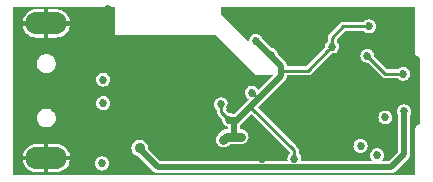
<source format=gbr>
%TF.GenerationSoftware,KiCad,Pcbnew,(6.0.7)*%
%TF.CreationDate,2023-03-11T05:38:16-08:00*%
%TF.ProjectId,ESP_SoC,4553505f-536f-4432-9e6b-696361645f70,rev?*%
%TF.SameCoordinates,Original*%
%TF.FileFunction,Copper,L3,Inr*%
%TF.FilePolarity,Positive*%
%FSLAX46Y46*%
G04 Gerber Fmt 4.6, Leading zero omitted, Abs format (unit mm)*
G04 Created by KiCad (PCBNEW (6.0.7)) date 2023-03-11 05:38:16*
%MOMM*%
%LPD*%
G01*
G04 APERTURE LIST*
%TA.AperFunction,ComponentPad*%
%ADD10O,3.500000X1.900000*%
%TD*%
%TA.AperFunction,ViaPad*%
%ADD11C,0.685800*%
%TD*%
%TA.AperFunction,ViaPad*%
%ADD12C,0.889000*%
%TD*%
%TA.AperFunction,Conductor*%
%ADD13C,0.508000*%
%TD*%
%TA.AperFunction,Conductor*%
%ADD14C,0.762000*%
%TD*%
%TA.AperFunction,Conductor*%
%ADD15C,0.254000*%
%TD*%
G04 APERTURE END LIST*
D10*
%TO.N,GND*%
%TO.C,J1*%
X101600000Y-104450000D03*
X101600000Y-93050000D03*
%TD*%
D11*
%TO.N,+3V3*%
X125800000Y-95000000D03*
X118079000Y-102621000D03*
X116400000Y-99900000D03*
X119337156Y-94518432D03*
X122600000Y-104500000D03*
X116580000Y-102900000D03*
X128900000Y-93300000D03*
X119000000Y-98900000D03*
X120600000Y-95700000D03*
X117100000Y-101226500D03*
%TO.N,GND*%
X117800000Y-93000000D03*
X106800000Y-92700000D03*
X117178019Y-100133500D03*
X104700000Y-104500000D03*
D12*
X122750000Y-98500000D03*
D11*
X131000000Y-94500000D03*
X126700000Y-94500000D03*
X106800000Y-91800000D03*
X112800000Y-94500000D03*
D12*
X124000000Y-99750000D03*
D11*
X106800000Y-93600000D03*
X107800000Y-94500000D03*
D12*
X122750000Y-101000000D03*
D11*
X107700000Y-101100000D03*
X117400000Y-96100000D03*
X115000000Y-101226500D03*
X131000000Y-92300000D03*
X126700000Y-92300000D03*
X113000000Y-97800000D03*
X115300000Y-99900000D03*
D12*
X124000000Y-98500000D03*
D11*
X113800000Y-94500000D03*
X117000000Y-92200000D03*
X109800000Y-94500000D03*
X119875000Y-104499500D03*
X114800000Y-94500000D03*
D12*
X124000000Y-101000000D03*
D11*
X118800000Y-97400000D03*
X108800000Y-94500000D03*
D12*
X125250000Y-98500000D03*
D11*
X106800000Y-94500000D03*
D12*
X122750000Y-99750000D03*
X125250000Y-101000000D03*
D11*
X111800000Y-94500000D03*
X129750000Y-98750000D03*
X118600000Y-93800000D03*
D12*
X125250000Y-99750000D03*
D11*
X108800000Y-97800000D03*
X112800000Y-101226500D03*
X116700000Y-95400000D03*
X110800000Y-94500000D03*
X119875000Y-103000000D03*
X130700000Y-103800000D03*
%TO.N,+5V*%
X106300000Y-104900000D03*
%TO.N,USB_D-*%
X106400000Y-99800000D03*
X129600000Y-104200000D03*
%TO.N,USB_D+*%
X128200000Y-103400000D03*
X106400000Y-97800000D03*
%TO.N,Net-(P1-PadB5)*%
X130300000Y-101000000D03*
%TO.N,Net-(D2-Pad2)*%
X128775000Y-95775000D03*
X131800000Y-97300000D03*
D12*
X109500000Y-103600000D03*
D11*
X131900000Y-100500000D03*
%TD*%
D13*
%TO.N,+3V3*%
X118879606Y-100079606D02*
X119479606Y-99479606D01*
D14*
X118079000Y-102621000D02*
X117479000Y-102621000D01*
D15*
X116400000Y-100526500D02*
X117100000Y-101226500D01*
D14*
X116859000Y-102621000D02*
X117479000Y-102621000D01*
D15*
X116400000Y-99900000D02*
X116400000Y-100526500D01*
X121454000Y-97054000D02*
X123746000Y-97054000D01*
D14*
X116580000Y-102900000D02*
X116859000Y-102621000D01*
D15*
X128900000Y-93300000D02*
X126750000Y-93300000D01*
X119479606Y-99379606D02*
X119479606Y-99479606D01*
D13*
X121454000Y-97505212D02*
X121454000Y-97054000D01*
D15*
X125800000Y-94250000D02*
X125800000Y-95000000D01*
X123746000Y-97054000D02*
X125462500Y-95337500D01*
X125462500Y-95337500D02*
X125800000Y-95000000D01*
X119000000Y-98900000D02*
X119479606Y-99379606D01*
D13*
X117479000Y-102621000D02*
X117479000Y-101480212D01*
X119479606Y-99479606D02*
X121454000Y-97505212D01*
X118129606Y-100829606D02*
X118879606Y-100079606D01*
X117479000Y-101480212D02*
X117732712Y-101226500D01*
D15*
X126750000Y-93300000D02*
X125800000Y-94250000D01*
X122600000Y-103800000D02*
X118879606Y-100079606D01*
X122600000Y-104500000D02*
X122600000Y-103800000D01*
D13*
X121454000Y-96635276D02*
X119337156Y-94518432D01*
X117732712Y-101226500D02*
X118129606Y-100829606D01*
X117100000Y-101226500D02*
X117732712Y-101226500D01*
X121454000Y-97054000D02*
X121454000Y-96635276D01*
D15*
%TO.N,Net-(D2-Pad2)*%
X130300000Y-97300000D02*
X128775000Y-95775000D01*
D13*
X111023900Y-105223900D02*
X109500000Y-103700000D01*
X130776100Y-105223900D02*
X111023900Y-105223900D01*
D15*
X131800000Y-97300000D02*
X130300000Y-97300000D01*
D13*
X109500000Y-103700000D02*
X109500000Y-103600000D01*
X131900000Y-104100000D02*
X130776100Y-105223900D01*
X131900000Y-100500000D02*
X131900000Y-104100000D01*
%TD*%
%TA.AperFunction,Conductor*%
%TO.N,GND*%
G36*
X107425459Y-91655333D02*
G01*
X107430292Y-91667017D01*
X107427956Y-93940306D01*
X107427896Y-93998552D01*
X107431154Y-93998572D01*
X107431155Y-93998572D01*
X115943296Y-94049960D01*
X115954777Y-94054707D01*
X118537691Y-96599637D01*
X119350000Y-97400000D01*
X120805907Y-97400000D01*
X120817574Y-97404833D01*
X120822407Y-97416500D01*
X120817574Y-97428167D01*
X119572895Y-98672846D01*
X119561228Y-98677679D01*
X119549561Y-98672846D01*
X119545984Y-98667493D01*
X119518750Y-98601744D01*
X119518750Y-98601743D01*
X119518334Y-98600740D01*
X119423218Y-98476782D01*
X119321041Y-98398379D01*
X119300122Y-98382327D01*
X119300120Y-98382326D01*
X119299260Y-98381666D01*
X119154908Y-98321874D01*
X119153843Y-98321734D01*
X119153840Y-98321733D01*
X119001071Y-98301621D01*
X119000000Y-98301480D01*
X118998929Y-98301621D01*
X118846160Y-98321733D01*
X118846157Y-98321734D01*
X118845092Y-98321874D01*
X118700740Y-98381666D01*
X118699880Y-98382326D01*
X118699878Y-98382327D01*
X118678959Y-98398379D01*
X118576782Y-98476782D01*
X118481666Y-98600740D01*
X118421874Y-98745092D01*
X118401480Y-98900000D01*
X118421874Y-99054908D01*
X118481666Y-99199260D01*
X118482326Y-99200120D01*
X118482327Y-99200122D01*
X118498910Y-99221733D01*
X118576782Y-99323218D01*
X118577637Y-99323874D01*
X118699878Y-99417673D01*
X118699880Y-99417674D01*
X118700740Y-99418334D01*
X118701743Y-99418750D01*
X118701744Y-99418750D01*
X118767493Y-99445984D01*
X118776423Y-99454914D01*
X118776423Y-99467542D01*
X118772846Y-99472895D01*
X117528574Y-100717167D01*
X117516907Y-100722000D01*
X117422890Y-100722000D01*
X117412846Y-100718590D01*
X117400126Y-100708829D01*
X117400118Y-100708824D01*
X117399260Y-100708166D01*
X117394560Y-100706219D01*
X117255905Y-100648787D01*
X117254908Y-100648374D01*
X117253843Y-100648234D01*
X117253840Y-100648233D01*
X117101071Y-100628121D01*
X117100000Y-100627980D01*
X117050935Y-100634440D01*
X117038737Y-100631171D01*
X117037114Y-100629748D01*
X116784107Y-100376741D01*
X116779274Y-100365074D01*
X116784107Y-100353407D01*
X116785730Y-100351984D01*
X116822359Y-100323878D01*
X116822363Y-100323874D01*
X116823218Y-100323218D01*
X116879735Y-100249564D01*
X116917673Y-100200122D01*
X116917674Y-100200120D01*
X116918334Y-100199260D01*
X116978126Y-100054908D01*
X116987682Y-99982327D01*
X116998379Y-99901071D01*
X116998520Y-99900000D01*
X116978126Y-99745092D01*
X116918334Y-99600740D01*
X116823218Y-99476782D01*
X116747047Y-99418334D01*
X116700122Y-99382327D01*
X116700120Y-99382326D01*
X116699260Y-99381666D01*
X116554908Y-99321874D01*
X116553843Y-99321734D01*
X116553840Y-99321733D01*
X116401071Y-99301621D01*
X116400000Y-99301480D01*
X116398929Y-99301621D01*
X116246160Y-99321733D01*
X116246157Y-99321734D01*
X116245092Y-99321874D01*
X116100740Y-99381666D01*
X116099880Y-99382326D01*
X116099878Y-99382327D01*
X116052953Y-99418334D01*
X115976782Y-99476782D01*
X115881666Y-99600740D01*
X115821874Y-99745092D01*
X115801480Y-99900000D01*
X115801621Y-99901071D01*
X115812319Y-99982327D01*
X115821874Y-100054908D01*
X115881666Y-100199260D01*
X115882326Y-100200120D01*
X115882327Y-100200122D01*
X115920265Y-100249564D01*
X115976782Y-100323218D01*
X115983182Y-100328129D01*
X116016045Y-100353346D01*
X116022359Y-100364282D01*
X116022500Y-100366436D01*
X116022500Y-100484445D01*
X116022130Y-100487917D01*
X116017705Y-100508471D01*
X116017865Y-100509824D01*
X116017865Y-100509827D01*
X116022386Y-100548022D01*
X116022500Y-100549961D01*
X116022500Y-100557862D01*
X116022612Y-100558534D01*
X116022612Y-100558536D01*
X116026071Y-100579317D01*
X116026179Y-100580076D01*
X116032476Y-100633275D01*
X116033066Y-100634503D01*
X116033067Y-100634507D01*
X116035402Y-100639368D01*
X116036805Y-100643803D01*
X116037914Y-100650470D01*
X116038563Y-100651672D01*
X116038563Y-100651673D01*
X116063347Y-100697605D01*
X116063700Y-100698298D01*
X116086878Y-100746566D01*
X116090450Y-100750815D01*
X116092234Y-100752599D01*
X116095088Y-100756431D01*
X116097592Y-100761072D01*
X116098596Y-100762000D01*
X116138550Y-100798933D01*
X116139017Y-100799382D01*
X116503248Y-101163613D01*
X116508081Y-101175280D01*
X116507940Y-101177433D01*
X116501480Y-101226500D01*
X116501621Y-101227571D01*
X116511173Y-101300122D01*
X116521874Y-101381408D01*
X116581666Y-101525760D01*
X116582326Y-101526620D01*
X116582327Y-101526622D01*
X116639073Y-101600575D01*
X116676782Y-101649718D01*
X116677637Y-101650374D01*
X116799878Y-101744173D01*
X116799880Y-101744174D01*
X116800740Y-101744834D01*
X116801743Y-101745250D01*
X116801744Y-101745250D01*
X116864034Y-101771051D01*
X116945092Y-101804626D01*
X116946157Y-101804766D01*
X116946160Y-101804767D01*
X116956479Y-101806125D01*
X116960154Y-101806609D01*
X116971090Y-101812923D01*
X116974500Y-101822968D01*
X116974500Y-101973000D01*
X116969667Y-101984667D01*
X116958000Y-101989500D01*
X116930541Y-101989500D01*
X116926942Y-101989103D01*
X116919914Y-101987532D01*
X116919912Y-101987532D01*
X116918902Y-101987306D01*
X116849333Y-101989492D01*
X116848815Y-101989500D01*
X116819270Y-101989500D01*
X116816223Y-101989885D01*
X116810173Y-101990649D01*
X116808623Y-101990771D01*
X116760463Y-101992284D01*
X116760460Y-101992285D01*
X116759426Y-101992317D01*
X116758433Y-101992606D01*
X116758430Y-101992606D01*
X116731789Y-102000347D01*
X116729253Y-102000872D01*
X116701732Y-102004348D01*
X116701731Y-102004348D01*
X116700704Y-102004478D01*
X116699740Y-102004860D01*
X116699739Y-102004860D01*
X116654943Y-102022596D01*
X116653476Y-102023099D01*
X116606208Y-102036832D01*
X116600694Y-102040093D01*
X116581439Y-102051480D01*
X116579115Y-102052619D01*
X116552355Y-102063214D01*
X116551515Y-102063825D01*
X116551512Y-102063826D01*
X116512537Y-102092143D01*
X116511238Y-102092996D01*
X116478900Y-102112121D01*
X116468873Y-102118051D01*
X116448521Y-102138403D01*
X116446553Y-102140084D01*
X116423273Y-102156998D01*
X116422612Y-102157797D01*
X116422611Y-102157798D01*
X116391900Y-102194921D01*
X116390854Y-102196070D01*
X116105369Y-102481555D01*
X116032121Y-102575985D01*
X116031709Y-102576937D01*
X115995797Y-102659926D01*
X115968755Y-102722416D01*
X115943796Y-102880007D01*
X115946115Y-102904540D01*
X115957574Y-103025772D01*
X115958810Y-103038852D01*
X115959160Y-103039825D01*
X115959161Y-103039828D01*
X115994445Y-103137833D01*
X116012857Y-103188974D01*
X116013440Y-103189831D01*
X116013440Y-103189832D01*
X116101957Y-103320081D01*
X116101960Y-103320084D01*
X116102540Y-103320938D01*
X116103316Y-103321622D01*
X116221444Y-103425765D01*
X116221447Y-103425767D01*
X116222224Y-103426452D01*
X116223149Y-103426923D01*
X116223150Y-103426924D01*
X116363464Y-103498419D01*
X116363466Y-103498420D01*
X116364387Y-103498889D01*
X116365398Y-103499115D01*
X116519086Y-103533468D01*
X116519088Y-103533468D01*
X116520098Y-103533694D01*
X116602978Y-103531089D01*
X116678536Y-103528715D01*
X116678539Y-103528715D01*
X116679574Y-103528682D01*
X116783740Y-103498419D01*
X116831798Y-103484457D01*
X116831800Y-103484456D01*
X116832792Y-103484168D01*
X116970127Y-103402949D01*
X117115743Y-103257333D01*
X117127410Y-103252500D01*
X118118730Y-103252500D01*
X118189501Y-103243560D01*
X118236268Y-103237652D01*
X118236269Y-103237652D01*
X118237296Y-103237522D01*
X118385645Y-103178786D01*
X118386485Y-103178175D01*
X118386488Y-103178174D01*
X118513886Y-103085613D01*
X118514727Y-103085002D01*
X118616431Y-102962064D01*
X118684366Y-102817695D01*
X118687433Y-102801621D01*
X118714068Y-102661989D01*
X118714263Y-102660967D01*
X118708917Y-102575985D01*
X118704310Y-102502770D01*
X118704309Y-102502767D01*
X118704244Y-102501728D01*
X118654940Y-102349983D01*
X118569446Y-102215268D01*
X118453136Y-102106045D01*
X118452229Y-102105546D01*
X118452227Y-102105545D01*
X118314228Y-102029680D01*
X118314226Y-102029679D01*
X118313318Y-102029180D01*
X118158777Y-101989500D01*
X118000000Y-101989500D01*
X117988333Y-101984667D01*
X117983500Y-101973000D01*
X117983500Y-101696017D01*
X117988333Y-101684350D01*
X118075389Y-101597294D01*
X118076285Y-101596461D01*
X118115906Y-101562321D01*
X118116794Y-101561556D01*
X118126287Y-101546910D01*
X118128466Y-101544217D01*
X118957742Y-100714941D01*
X118969409Y-100710108D01*
X118981076Y-100714941D01*
X122217667Y-103951532D01*
X122222500Y-103963199D01*
X122222500Y-104033564D01*
X122217667Y-104045231D01*
X122216045Y-104046654D01*
X122203035Y-104056637D01*
X122176782Y-104076782D01*
X122176126Y-104077637D01*
X122083056Y-104198929D01*
X122081666Y-104200740D01*
X122081250Y-104201743D01*
X122081250Y-104201744D01*
X122039880Y-104301621D01*
X122021874Y-104345092D01*
X122021734Y-104346157D01*
X122021733Y-104346160D01*
X122010548Y-104431119D01*
X122001480Y-104500000D01*
X122001621Y-104501071D01*
X122018369Y-104628283D01*
X122021874Y-104654908D01*
X122022287Y-104655905D01*
X122039137Y-104696586D01*
X122039137Y-104709214D01*
X122030207Y-104718144D01*
X122023893Y-104719400D01*
X111239705Y-104719400D01*
X111228038Y-104714567D01*
X110196834Y-103683363D01*
X110192001Y-103671696D01*
X110192166Y-103669371D01*
X110199875Y-103615197D01*
X110199875Y-103615195D01*
X110199951Y-103614662D01*
X110200105Y-103600000D01*
X110179896Y-103433002D01*
X110120436Y-103275644D01*
X110093973Y-103237140D01*
X110025722Y-103137833D01*
X110025719Y-103137829D01*
X110025157Y-103137012D01*
X110019925Y-103132350D01*
X109900303Y-103025772D01*
X109900304Y-103025772D01*
X109899559Y-103025109D01*
X109890854Y-103020500D01*
X109751776Y-102946862D01*
X109751773Y-102946861D01*
X109750895Y-102946396D01*
X109749932Y-102946154D01*
X109749929Y-102946153D01*
X109588710Y-102905658D01*
X109588709Y-102905658D01*
X109587746Y-102905416D01*
X109497994Y-102904946D01*
X109420521Y-102904540D01*
X109420520Y-102904540D01*
X109419532Y-102904535D01*
X109418571Y-102904766D01*
X109418569Y-102904766D01*
X109415862Y-102905416D01*
X109255963Y-102943804D01*
X109106483Y-103020957D01*
X108979721Y-103131538D01*
X108882995Y-103269165D01*
X108882633Y-103270094D01*
X108823057Y-103422899D01*
X108821890Y-103425891D01*
X108799933Y-103592669D01*
X108800042Y-103593657D01*
X108800042Y-103593659D01*
X108808401Y-103669371D01*
X108818393Y-103759870D01*
X108876202Y-103917841D01*
X108970024Y-104057463D01*
X108970758Y-104058131D01*
X108970759Y-104058132D01*
X109032233Y-104114069D01*
X109094442Y-104170675D01*
X109242274Y-104250941D01*
X109243230Y-104251192D01*
X109243233Y-104251193D01*
X109367007Y-104283665D01*
X109374487Y-104287958D01*
X110625872Y-105539343D01*
X110628159Y-105542205D01*
X110635122Y-105553241D01*
X110635127Y-105553247D01*
X110635753Y-105554239D01*
X110636635Y-105555018D01*
X110636636Y-105555019D01*
X110678293Y-105591809D01*
X110679038Y-105592509D01*
X110692780Y-105606251D01*
X110693249Y-105606602D01*
X110693253Y-105606606D01*
X110704570Y-105615087D01*
X110705596Y-105615922D01*
X110744070Y-105649901D01*
X110745132Y-105650399D01*
X110745134Y-105650401D01*
X110761156Y-105657923D01*
X110764036Y-105659653D01*
X110779136Y-105670970D01*
X110827197Y-105688988D01*
X110828408Y-105689498D01*
X110874882Y-105711317D01*
X110876041Y-105711497D01*
X110876043Y-105711498D01*
X110886341Y-105713101D01*
X110893532Y-105714220D01*
X110896782Y-105715073D01*
X110914452Y-105721698D01*
X110926235Y-105722573D01*
X110965646Y-105725502D01*
X110966945Y-105725651D01*
X110984597Y-105728400D01*
X111004026Y-105728400D01*
X111005249Y-105728445D01*
X111057393Y-105732320D01*
X111057395Y-105732320D01*
X111058567Y-105732407D01*
X111059719Y-105732161D01*
X111059721Y-105732161D01*
X111075633Y-105728764D01*
X111079078Y-105728400D01*
X130717710Y-105728400D01*
X130721351Y-105728807D01*
X130735224Y-105731946D01*
X130791867Y-105728432D01*
X130792889Y-105728400D01*
X130812326Y-105728400D01*
X130826910Y-105726311D01*
X130828228Y-105726176D01*
X130878282Y-105723071D01*
X130879459Y-105722998D01*
X130880566Y-105722598D01*
X130880568Y-105722598D01*
X130897214Y-105716589D01*
X130900476Y-105715776D01*
X130911339Y-105714220D01*
X130919152Y-105713101D01*
X130920224Y-105712614D01*
X130920226Y-105712613D01*
X130965864Y-105691863D01*
X130967090Y-105691363D01*
X130995644Y-105681054D01*
X131015384Y-105673928D01*
X131030624Y-105662794D01*
X131033525Y-105661099D01*
X131040511Y-105657923D01*
X131049635Y-105653775D01*
X131049638Y-105653773D01*
X131050705Y-105653288D01*
X131051594Y-105652522D01*
X131089588Y-105619784D01*
X131090626Y-105618961D01*
X131104523Y-105608808D01*
X131104526Y-105608805D01*
X131105044Y-105608427D01*
X131118789Y-105594681D01*
X131119687Y-105593848D01*
X131122053Y-105591809D01*
X131160182Y-105558956D01*
X131163240Y-105554239D01*
X131169675Y-105544310D01*
X131171854Y-105541617D01*
X132215443Y-104498027D01*
X132218305Y-104495740D01*
X132229341Y-104488777D01*
X132229342Y-104488776D01*
X132230339Y-104488147D01*
X132267916Y-104445599D01*
X132268616Y-104444854D01*
X132282351Y-104431119D01*
X132282702Y-104430650D01*
X132282706Y-104430646D01*
X132291184Y-104419333D01*
X132292020Y-104418306D01*
X132325222Y-104380712D01*
X132326001Y-104379830D01*
X132334021Y-104362748D01*
X132335754Y-104359864D01*
X132346365Y-104345706D01*
X132347071Y-104344764D01*
X132365091Y-104296696D01*
X132365603Y-104295480D01*
X132371150Y-104283665D01*
X132387417Y-104249018D01*
X132390320Y-104230368D01*
X132391174Y-104227116D01*
X132397385Y-104210550D01*
X132397385Y-104210549D01*
X132397798Y-104209448D01*
X132401602Y-104158262D01*
X132401753Y-104156947D01*
X132404403Y-104139930D01*
X132404404Y-104139922D01*
X132404500Y-104139303D01*
X132404500Y-104119882D01*
X132404545Y-104118659D01*
X132408421Y-104066507D01*
X132408421Y-104066505D01*
X132408508Y-104065333D01*
X132404864Y-104048262D01*
X132404500Y-104044817D01*
X132404500Y-100822890D01*
X132407910Y-100812846D01*
X132417671Y-100800126D01*
X132417676Y-100800118D01*
X132418334Y-100799260D01*
X132433768Y-100762000D01*
X132477713Y-100655905D01*
X132478126Y-100654908D01*
X132478711Y-100650470D01*
X132498379Y-100501071D01*
X132498520Y-100500000D01*
X132496052Y-100481250D01*
X132478267Y-100346160D01*
X132478266Y-100346157D01*
X132478126Y-100345092D01*
X132427645Y-100223218D01*
X132418750Y-100201744D01*
X132418750Y-100201743D01*
X132418334Y-100200740D01*
X132417199Y-100199260D01*
X132323874Y-100077637D01*
X132323218Y-100076782D01*
X132306991Y-100064331D01*
X132200122Y-99982327D01*
X132200120Y-99982326D01*
X132199260Y-99981666D01*
X132132082Y-99953840D01*
X132055905Y-99922287D01*
X132054908Y-99921874D01*
X132053843Y-99921734D01*
X132053840Y-99921733D01*
X131901071Y-99901621D01*
X131900000Y-99901480D01*
X131898929Y-99901621D01*
X131746160Y-99921733D01*
X131746157Y-99921734D01*
X131745092Y-99921874D01*
X131744095Y-99922287D01*
X131667919Y-99953840D01*
X131600740Y-99981666D01*
X131599880Y-99982326D01*
X131599878Y-99982327D01*
X131493009Y-100064331D01*
X131476782Y-100076782D01*
X131476126Y-100077637D01*
X131382802Y-100199260D01*
X131381666Y-100200740D01*
X131381250Y-100201743D01*
X131381250Y-100201744D01*
X131372355Y-100223218D01*
X131321874Y-100345092D01*
X131321734Y-100346157D01*
X131321733Y-100346160D01*
X131303948Y-100481250D01*
X131301480Y-100500000D01*
X131301621Y-100501071D01*
X131321290Y-100650470D01*
X131321874Y-100654908D01*
X131322287Y-100655905D01*
X131366233Y-100762000D01*
X131381666Y-100799260D01*
X131382324Y-100800118D01*
X131382329Y-100800126D01*
X131392090Y-100812846D01*
X131395500Y-100822890D01*
X131395500Y-103884195D01*
X131390667Y-103895862D01*
X130571962Y-104714567D01*
X130560295Y-104719400D01*
X129946478Y-104719400D01*
X129934811Y-104714567D01*
X129929978Y-104702900D01*
X129934811Y-104691233D01*
X129936433Y-104689810D01*
X129981919Y-104654908D01*
X130023218Y-104623218D01*
X130041127Y-104599878D01*
X130117673Y-104500122D01*
X130117674Y-104500120D01*
X130118334Y-104499260D01*
X130127291Y-104477637D01*
X130177713Y-104355905D01*
X130178126Y-104354908D01*
X130179338Y-104345706D01*
X130198379Y-104201071D01*
X130198520Y-104200000D01*
X130190467Y-104138830D01*
X130178267Y-104046160D01*
X130178266Y-104046157D01*
X130178126Y-104045092D01*
X130125622Y-103918334D01*
X130118750Y-103901744D01*
X130118750Y-103901743D01*
X130118334Y-103900740D01*
X130058850Y-103823218D01*
X130023874Y-103777637D01*
X130023218Y-103776782D01*
X129945301Y-103716994D01*
X129900122Y-103682327D01*
X129900120Y-103682326D01*
X129899260Y-103681666D01*
X129885654Y-103676030D01*
X129755905Y-103622287D01*
X129754908Y-103621874D01*
X129753843Y-103621734D01*
X129753840Y-103621733D01*
X129601071Y-103601621D01*
X129600000Y-103601480D01*
X129598929Y-103601621D01*
X129446160Y-103621733D01*
X129446157Y-103621734D01*
X129445092Y-103621874D01*
X129444095Y-103622287D01*
X129314347Y-103676030D01*
X129300740Y-103681666D01*
X129299880Y-103682326D01*
X129299878Y-103682327D01*
X129254699Y-103716994D01*
X129176782Y-103776782D01*
X129176126Y-103777637D01*
X129141151Y-103823218D01*
X129081666Y-103900740D01*
X129081250Y-103901743D01*
X129081250Y-103901744D01*
X129074378Y-103918334D01*
X129021874Y-104045092D01*
X129021734Y-104046157D01*
X129021733Y-104046160D01*
X129009533Y-104138830D01*
X129001480Y-104200000D01*
X129001621Y-104201071D01*
X129020663Y-104345706D01*
X129021874Y-104354908D01*
X129022287Y-104355905D01*
X129072710Y-104477637D01*
X129081666Y-104499260D01*
X129082326Y-104500120D01*
X129082327Y-104500122D01*
X129158873Y-104599878D01*
X129176782Y-104623218D01*
X129218082Y-104654908D01*
X129263567Y-104689810D01*
X129269881Y-104700746D01*
X129266612Y-104712945D01*
X129255676Y-104719259D01*
X129253522Y-104719400D01*
X123176107Y-104719400D01*
X123164440Y-104714567D01*
X123159607Y-104702900D01*
X123160863Y-104696586D01*
X123177713Y-104655905D01*
X123178126Y-104654908D01*
X123181632Y-104628283D01*
X123198379Y-104501071D01*
X123198520Y-104500000D01*
X123189452Y-104431119D01*
X123178267Y-104346160D01*
X123178266Y-104346157D01*
X123178126Y-104345092D01*
X123160120Y-104301621D01*
X123118750Y-104201744D01*
X123118750Y-104201743D01*
X123118334Y-104200740D01*
X123116945Y-104198929D01*
X123023874Y-104077637D01*
X123023218Y-104076782D01*
X122996965Y-104056637D01*
X122983955Y-104046654D01*
X122977641Y-104035718D01*
X122977500Y-104033564D01*
X122977500Y-103842055D01*
X122977870Y-103838582D01*
X122982295Y-103818029D01*
X122977614Y-103778478D01*
X122977500Y-103776539D01*
X122977500Y-103768638D01*
X122973928Y-103747173D01*
X122973819Y-103746413D01*
X122967524Y-103693225D01*
X122964597Y-103687129D01*
X122963195Y-103682695D01*
X122963024Y-103681666D01*
X122962086Y-103676030D01*
X122959748Y-103671696D01*
X122936658Y-103628905D01*
X122936305Y-103628212D01*
X122913574Y-103580873D01*
X122913574Y-103580872D01*
X122913123Y-103579934D01*
X122909550Y-103575685D01*
X122907766Y-103573901D01*
X122904912Y-103570069D01*
X122903057Y-103566630D01*
X122903055Y-103566628D01*
X122902408Y-103565428D01*
X122861449Y-103527566D01*
X122860982Y-103527117D01*
X122733865Y-103400000D01*
X127601480Y-103400000D01*
X127601621Y-103401071D01*
X127619077Y-103533661D01*
X127621874Y-103554908D01*
X127681666Y-103699260D01*
X127682326Y-103700120D01*
X127682327Y-103700122D01*
X127742452Y-103778478D01*
X127776782Y-103823218D01*
X127777637Y-103823874D01*
X127899878Y-103917673D01*
X127899880Y-103917674D01*
X127900740Y-103918334D01*
X128045092Y-103978126D01*
X128046157Y-103978266D01*
X128046160Y-103978267D01*
X128198929Y-103998379D01*
X128200000Y-103998520D01*
X128201071Y-103998379D01*
X128353840Y-103978267D01*
X128353843Y-103978266D01*
X128354908Y-103978126D01*
X128499260Y-103918334D01*
X128500120Y-103917674D01*
X128500122Y-103917673D01*
X128622363Y-103823874D01*
X128623218Y-103823218D01*
X128657548Y-103778478D01*
X128717673Y-103700122D01*
X128717674Y-103700120D01*
X128718334Y-103699260D01*
X128778126Y-103554908D01*
X128780924Y-103533661D01*
X128798379Y-103401071D01*
X128798520Y-103400000D01*
X128788607Y-103324701D01*
X128778267Y-103246160D01*
X128778266Y-103246157D01*
X128778126Y-103245092D01*
X128754478Y-103187999D01*
X128718750Y-103101744D01*
X128718750Y-103101743D01*
X128718334Y-103100740D01*
X128660301Y-103025109D01*
X128623874Y-102977637D01*
X128623218Y-102976782D01*
X128583618Y-102946396D01*
X128500122Y-102882327D01*
X128500120Y-102882326D01*
X128499260Y-102881666D01*
X128354908Y-102821874D01*
X128353843Y-102821734D01*
X128353840Y-102821733D01*
X128201071Y-102801621D01*
X128200000Y-102801480D01*
X128198929Y-102801621D01*
X128046160Y-102821733D01*
X128046157Y-102821734D01*
X128045092Y-102821874D01*
X127900740Y-102881666D01*
X127899880Y-102882326D01*
X127899878Y-102882327D01*
X127816382Y-102946396D01*
X127776782Y-102976782D01*
X127776126Y-102977637D01*
X127739700Y-103025109D01*
X127681666Y-103100740D01*
X127681250Y-103101743D01*
X127681250Y-103101744D01*
X127645522Y-103187999D01*
X127621874Y-103245092D01*
X127621734Y-103246157D01*
X127621733Y-103246160D01*
X127611393Y-103324701D01*
X127601480Y-103400000D01*
X122733865Y-103400000D01*
X120333865Y-101000000D01*
X129701480Y-101000000D01*
X129721874Y-101154908D01*
X129722287Y-101155905D01*
X129750433Y-101223855D01*
X129781666Y-101299260D01*
X129876782Y-101423218D01*
X129877637Y-101423874D01*
X129999878Y-101517673D01*
X129999880Y-101517674D01*
X130000740Y-101518334D01*
X130001743Y-101518750D01*
X130001744Y-101518750D01*
X130101107Y-101559907D01*
X130145092Y-101578126D01*
X130146157Y-101578266D01*
X130146160Y-101578267D01*
X130298929Y-101598379D01*
X130300000Y-101598520D01*
X130301071Y-101598379D01*
X130453840Y-101578267D01*
X130453843Y-101578266D01*
X130454908Y-101578126D01*
X130498893Y-101559907D01*
X130598256Y-101518750D01*
X130598257Y-101518750D01*
X130599260Y-101518334D01*
X130600120Y-101517674D01*
X130600122Y-101517673D01*
X130722363Y-101423874D01*
X130723218Y-101423218D01*
X130818334Y-101299260D01*
X130849568Y-101223855D01*
X130877713Y-101155905D01*
X130878126Y-101154908D01*
X130898520Y-101000000D01*
X130898361Y-100998794D01*
X130878267Y-100846160D01*
X130878266Y-100846157D01*
X130878126Y-100845092D01*
X130859098Y-100799153D01*
X130818750Y-100701744D01*
X130818750Y-100701743D01*
X130818334Y-100700740D01*
X130816461Y-100698298D01*
X130723874Y-100577637D01*
X130723218Y-100576782D01*
X130694616Y-100554835D01*
X130600122Y-100482327D01*
X130600120Y-100482326D01*
X130599260Y-100481666D01*
X130454908Y-100421874D01*
X130453843Y-100421734D01*
X130453840Y-100421733D01*
X130301071Y-100401621D01*
X130300000Y-100401480D01*
X130298929Y-100401621D01*
X130146160Y-100421733D01*
X130146157Y-100421734D01*
X130145092Y-100421874D01*
X130000740Y-100481666D01*
X129999880Y-100482326D01*
X129999878Y-100482327D01*
X129905384Y-100554835D01*
X129876782Y-100576782D01*
X129876126Y-100577637D01*
X129783540Y-100698298D01*
X129781666Y-100700740D01*
X129781250Y-100701743D01*
X129781250Y-100701744D01*
X129740902Y-100799153D01*
X129721874Y-100845092D01*
X129721734Y-100846157D01*
X129721733Y-100846160D01*
X129701639Y-100998794D01*
X129701480Y-101000000D01*
X120333865Y-101000000D01*
X119514941Y-100181076D01*
X119510108Y-100169409D01*
X119514941Y-100157742D01*
X121769443Y-97903240D01*
X121772305Y-97900953D01*
X121783341Y-97893990D01*
X121783347Y-97893985D01*
X121784339Y-97893359D01*
X121821909Y-97850819D01*
X121822609Y-97850074D01*
X121836351Y-97836332D01*
X121845193Y-97824535D01*
X121846029Y-97823509D01*
X121879221Y-97785925D01*
X121880001Y-97785042D01*
X121888021Y-97767961D01*
X121889753Y-97765079D01*
X121900365Y-97750919D01*
X121900367Y-97750915D01*
X121901071Y-97749976D01*
X121919091Y-97701908D01*
X121919603Y-97700692D01*
X121927461Y-97683955D01*
X121941417Y-97654230D01*
X121944320Y-97635580D01*
X121945174Y-97632328D01*
X121951385Y-97615762D01*
X121951385Y-97615761D01*
X121951798Y-97614660D01*
X121955602Y-97563474D01*
X121955753Y-97562159D01*
X121958403Y-97545142D01*
X121958404Y-97545134D01*
X121958500Y-97544515D01*
X121958500Y-97525094D01*
X121958545Y-97523871D01*
X121962421Y-97471719D01*
X121962421Y-97471717D01*
X121962508Y-97470545D01*
X121958864Y-97453474D01*
X121958500Y-97450029D01*
X121958500Y-97448000D01*
X121963333Y-97436333D01*
X121975000Y-97431500D01*
X123703945Y-97431500D01*
X123707417Y-97431870D01*
X123727971Y-97436295D01*
X123729324Y-97436135D01*
X123729327Y-97436135D01*
X123767522Y-97431614D01*
X123769461Y-97431500D01*
X123777362Y-97431500D01*
X123778034Y-97431388D01*
X123778036Y-97431388D01*
X123786755Y-97429937D01*
X123798827Y-97427928D01*
X123799576Y-97427821D01*
X123852775Y-97421524D01*
X123854003Y-97420934D01*
X123854007Y-97420933D01*
X123858868Y-97418598D01*
X123863303Y-97417195D01*
X123869970Y-97416086D01*
X123917105Y-97390653D01*
X123917798Y-97390300D01*
X123965131Y-97367571D01*
X123966066Y-97367122D01*
X123970315Y-97363550D01*
X123972099Y-97361766D01*
X123975931Y-97358912D01*
X123979370Y-97357057D01*
X123979372Y-97357055D01*
X123980572Y-97356408D01*
X124018434Y-97315449D01*
X124018883Y-97314982D01*
X125558865Y-95775000D01*
X128176480Y-95775000D01*
X128176621Y-95776071D01*
X128196475Y-95926874D01*
X128196874Y-95929908D01*
X128256666Y-96074260D01*
X128257326Y-96075120D01*
X128257327Y-96075122D01*
X128282464Y-96107881D01*
X128351782Y-96198218D01*
X128352637Y-96198874D01*
X128474878Y-96292673D01*
X128474880Y-96292674D01*
X128475740Y-96293334D01*
X128620092Y-96353126D01*
X128621157Y-96353266D01*
X128621160Y-96353267D01*
X128773929Y-96373379D01*
X128775000Y-96373520D01*
X128824066Y-96367060D01*
X128836264Y-96370329D01*
X128837887Y-96371752D01*
X130003325Y-97537190D01*
X130005520Y-97539907D01*
X130016928Y-97557575D01*
X130018000Y-97558420D01*
X130048209Y-97582235D01*
X130049661Y-97583526D01*
X130055244Y-97589109D01*
X130055793Y-97589502D01*
X130055795Y-97589503D01*
X130072940Y-97601756D01*
X130073561Y-97602222D01*
X130090737Y-97615762D01*
X130115623Y-97635380D01*
X130116904Y-97635830D01*
X130116906Y-97635831D01*
X130121999Y-97637619D01*
X130126125Y-97639762D01*
X130131627Y-97643694D01*
X130166859Y-97654230D01*
X130182930Y-97659036D01*
X130183667Y-97659275D01*
X130234199Y-97677021D01*
X130235236Y-97677111D01*
X130235237Y-97677111D01*
X130236217Y-97677196D01*
X130239730Y-97677500D01*
X130242256Y-97677500D01*
X130246984Y-97678192D01*
X130250725Y-97679311D01*
X130250726Y-97679311D01*
X130252033Y-97679702D01*
X130307746Y-97677513D01*
X130308394Y-97677500D01*
X131333564Y-97677500D01*
X131345231Y-97682333D01*
X131346654Y-97683955D01*
X131376782Y-97723218D01*
X131377637Y-97723874D01*
X131499878Y-97817673D01*
X131499880Y-97817674D01*
X131500740Y-97818334D01*
X131501743Y-97818750D01*
X131501744Y-97818750D01*
X131543052Y-97835860D01*
X131645092Y-97878126D01*
X131646157Y-97878266D01*
X131646160Y-97878267D01*
X131798929Y-97898379D01*
X131800000Y-97898520D01*
X131801071Y-97898379D01*
X131953840Y-97878267D01*
X131953843Y-97878266D01*
X131954908Y-97878126D01*
X132056948Y-97835860D01*
X132098256Y-97818750D01*
X132098257Y-97818750D01*
X132099260Y-97818334D01*
X132100120Y-97817674D01*
X132100122Y-97817673D01*
X132222363Y-97723874D01*
X132223218Y-97723218D01*
X132240503Y-97700692D01*
X132317673Y-97600122D01*
X132317674Y-97600120D01*
X132318334Y-97599260D01*
X132322376Y-97589503D01*
X132377713Y-97455905D01*
X132378126Y-97454908D01*
X132378540Y-97451769D01*
X132398379Y-97301071D01*
X132398520Y-97300000D01*
X132392003Y-97250500D01*
X132378267Y-97146160D01*
X132378266Y-97146157D01*
X132378126Y-97145092D01*
X132318334Y-97000740D01*
X132283561Y-96955422D01*
X132223874Y-96877637D01*
X132223218Y-96876782D01*
X132128257Y-96803916D01*
X132100122Y-96782327D01*
X132100120Y-96782326D01*
X132099260Y-96781666D01*
X131954908Y-96721874D01*
X131953843Y-96721734D01*
X131953840Y-96721733D01*
X131801071Y-96701621D01*
X131800000Y-96701480D01*
X131798929Y-96701621D01*
X131646160Y-96721733D01*
X131646157Y-96721734D01*
X131645092Y-96721874D01*
X131500740Y-96781666D01*
X131499880Y-96782326D01*
X131499878Y-96782327D01*
X131471743Y-96803916D01*
X131376782Y-96876782D01*
X131376126Y-96877637D01*
X131346654Y-96916045D01*
X131335718Y-96922359D01*
X131333564Y-96922500D01*
X130463199Y-96922500D01*
X130451532Y-96917667D01*
X129371752Y-95837887D01*
X129366919Y-95826220D01*
X129367060Y-95824066D01*
X129373379Y-95776071D01*
X129373520Y-95775000D01*
X129369710Y-95746061D01*
X129353267Y-95621160D01*
X129353266Y-95621157D01*
X129353126Y-95620092D01*
X129313023Y-95523273D01*
X129293750Y-95476744D01*
X129293750Y-95476743D01*
X129293334Y-95475740D01*
X129273200Y-95449500D01*
X129198874Y-95352637D01*
X129198218Y-95351782D01*
X129129770Y-95299260D01*
X129075122Y-95257327D01*
X129075120Y-95257326D01*
X129074260Y-95256666D01*
X128929908Y-95196874D01*
X128928843Y-95196734D01*
X128928840Y-95196733D01*
X128776071Y-95176621D01*
X128775000Y-95176480D01*
X128773929Y-95176621D01*
X128621160Y-95196733D01*
X128621157Y-95196734D01*
X128620092Y-95196874D01*
X128475740Y-95256666D01*
X128474880Y-95257326D01*
X128474878Y-95257327D01*
X128420230Y-95299260D01*
X128351782Y-95351782D01*
X128351126Y-95352637D01*
X128276801Y-95449500D01*
X128256666Y-95475740D01*
X128256250Y-95476743D01*
X128256250Y-95476744D01*
X128236977Y-95523273D01*
X128196874Y-95620092D01*
X128196734Y-95621157D01*
X128196733Y-95621160D01*
X128180290Y-95746061D01*
X128176480Y-95775000D01*
X125558865Y-95775000D01*
X125737113Y-95596752D01*
X125748780Y-95591919D01*
X125750933Y-95592060D01*
X125800000Y-95598520D01*
X125801071Y-95598379D01*
X125953840Y-95578267D01*
X125953843Y-95578266D01*
X125954908Y-95578126D01*
X125984072Y-95566046D01*
X126098256Y-95518750D01*
X126098257Y-95518750D01*
X126099260Y-95518334D01*
X126100120Y-95517674D01*
X126100122Y-95517673D01*
X126222363Y-95423874D01*
X126223218Y-95423218D01*
X126318334Y-95299260D01*
X126327291Y-95277637D01*
X126377713Y-95155905D01*
X126378126Y-95154908D01*
X126385010Y-95102624D01*
X126398379Y-95001071D01*
X126398520Y-95000000D01*
X126378126Y-94845092D01*
X126318334Y-94700740D01*
X126223218Y-94576782D01*
X126183955Y-94546654D01*
X126177641Y-94535718D01*
X126177500Y-94533564D01*
X126177500Y-94413199D01*
X126182333Y-94401532D01*
X126901532Y-93682333D01*
X126913199Y-93677500D01*
X128433564Y-93677500D01*
X128445231Y-93682333D01*
X128446654Y-93683955D01*
X128476782Y-93723218D01*
X128477637Y-93723874D01*
X128599878Y-93817673D01*
X128599880Y-93817674D01*
X128600740Y-93818334D01*
X128745092Y-93878126D01*
X128746157Y-93878266D01*
X128746160Y-93878267D01*
X128898929Y-93898379D01*
X128900000Y-93898520D01*
X128901071Y-93898379D01*
X129053840Y-93878267D01*
X129053843Y-93878266D01*
X129054908Y-93878126D01*
X129199260Y-93818334D01*
X129200120Y-93817674D01*
X129200122Y-93817673D01*
X129322363Y-93723874D01*
X129323218Y-93723218D01*
X129335669Y-93706991D01*
X129417673Y-93600122D01*
X129417674Y-93600120D01*
X129418334Y-93599260D01*
X129478126Y-93454908D01*
X129486470Y-93391533D01*
X129498379Y-93301071D01*
X129498520Y-93300000D01*
X129488773Y-93225962D01*
X129478267Y-93146160D01*
X129478266Y-93146157D01*
X129478126Y-93145092D01*
X129418334Y-93000740D01*
X129415919Y-92997592D01*
X129323874Y-92877637D01*
X129323218Y-92876782D01*
X129306991Y-92864331D01*
X129200122Y-92782327D01*
X129200120Y-92782326D01*
X129199260Y-92781666D01*
X129054908Y-92721874D01*
X129053843Y-92721734D01*
X129053840Y-92721733D01*
X128901071Y-92701621D01*
X128900000Y-92701480D01*
X128898929Y-92701621D01*
X128746160Y-92721733D01*
X128746157Y-92721734D01*
X128745092Y-92721874D01*
X128600740Y-92781666D01*
X128599880Y-92782326D01*
X128599878Y-92782327D01*
X128493009Y-92864331D01*
X128476782Y-92876782D01*
X128476126Y-92877637D01*
X128446654Y-92916045D01*
X128435718Y-92922359D01*
X128433564Y-92922500D01*
X126792055Y-92922500D01*
X126788582Y-92922130D01*
X126768029Y-92917705D01*
X126766676Y-92917865D01*
X126766673Y-92917865D01*
X126728478Y-92922386D01*
X126726539Y-92922500D01*
X126718638Y-92922500D01*
X126717966Y-92922612D01*
X126717964Y-92922612D01*
X126709245Y-92924063D01*
X126697173Y-92926072D01*
X126696424Y-92926179D01*
X126643225Y-92932476D01*
X126637130Y-92935403D01*
X126632696Y-92936805D01*
X126626030Y-92937914D01*
X126624828Y-92938563D01*
X126624827Y-92938563D01*
X126578905Y-92963342D01*
X126578211Y-92963695D01*
X126529934Y-92986877D01*
X126525685Y-92990450D01*
X126523901Y-92992234D01*
X126520069Y-92995088D01*
X126516630Y-92996943D01*
X126516628Y-92996945D01*
X126515428Y-92997592D01*
X126514500Y-92998596D01*
X126477567Y-93038550D01*
X126477118Y-93039017D01*
X125562808Y-93953326D01*
X125560091Y-93955520D01*
X125543575Y-93966184D01*
X125543570Y-93966189D01*
X125542425Y-93966928D01*
X125541580Y-93968000D01*
X125517769Y-93998204D01*
X125516478Y-93999656D01*
X125510891Y-94005243D01*
X125510494Y-94005798D01*
X125510491Y-94005802D01*
X125498238Y-94022948D01*
X125497772Y-94023569D01*
X125468611Y-94060561D01*
X125464620Y-94065623D01*
X125464170Y-94066904D01*
X125464169Y-94066906D01*
X125462380Y-94072002D01*
X125460236Y-94076128D01*
X125457101Y-94080515D01*
X125456307Y-94081627D01*
X125455917Y-94082932D01*
X125440966Y-94132925D01*
X125440726Y-94133664D01*
X125422979Y-94184199D01*
X125422500Y-94189730D01*
X125422500Y-94192256D01*
X125421808Y-94196984D01*
X125420298Y-94202033D01*
X125422054Y-94246717D01*
X125422487Y-94257746D01*
X125422500Y-94258394D01*
X125422500Y-94533564D01*
X125417667Y-94545231D01*
X125416045Y-94546654D01*
X125376782Y-94576782D01*
X125281666Y-94700740D01*
X125221874Y-94845092D01*
X125201480Y-95000000D01*
X125201621Y-95001071D01*
X125207940Y-95049065D01*
X125204671Y-95061263D01*
X125203248Y-95062886D01*
X125173391Y-95092743D01*
X125173389Y-95092746D01*
X123594467Y-96671667D01*
X123582800Y-96676500D01*
X121977575Y-96676500D01*
X121965908Y-96671667D01*
X121961107Y-96661022D01*
X121958748Y-96622983D01*
X121958532Y-96619509D01*
X121958500Y-96618487D01*
X121958500Y-96599050D01*
X121956411Y-96584465D01*
X121956276Y-96583148D01*
X121953171Y-96533094D01*
X121953098Y-96531917D01*
X121946689Y-96514162D01*
X121945876Y-96510900D01*
X121943368Y-96493391D01*
X121943201Y-96492224D01*
X121921961Y-96445508D01*
X121921461Y-96444282D01*
X121904425Y-96397094D01*
X121904027Y-96395991D01*
X121892892Y-96380750D01*
X121891199Y-96377851D01*
X121883876Y-96361744D01*
X121883876Y-96361743D01*
X121883388Y-96360671D01*
X121870789Y-96346050D01*
X121849882Y-96321784D01*
X121849059Y-96320748D01*
X121838900Y-96306844D01*
X121838526Y-96306332D01*
X121824801Y-96292607D01*
X121823968Y-96291711D01*
X121789821Y-96252082D01*
X121789056Y-96251194D01*
X121774407Y-96241699D01*
X121771714Y-96239520D01*
X121197376Y-95665181D01*
X121192684Y-95655668D01*
X121178267Y-95546160D01*
X121178266Y-95546157D01*
X121178126Y-95545092D01*
X121138531Y-95449500D01*
X121118750Y-95401744D01*
X121118750Y-95401743D01*
X121118334Y-95400740D01*
X121100057Y-95376920D01*
X121023874Y-95277637D01*
X121023218Y-95276782D01*
X120918896Y-95196733D01*
X120900122Y-95182327D01*
X120900120Y-95182326D01*
X120899260Y-95181666D01*
X120832082Y-95153840D01*
X120755905Y-95122287D01*
X120754908Y-95121874D01*
X120753843Y-95121734D01*
X120753840Y-95121733D01*
X120644332Y-95107316D01*
X120634819Y-95102624D01*
X119922209Y-94390014D01*
X119917517Y-94380501D01*
X119915423Y-94364592D01*
X119915422Y-94364589D01*
X119915282Y-94363524D01*
X119867861Y-94249038D01*
X119855906Y-94220176D01*
X119855906Y-94220175D01*
X119855490Y-94219172D01*
X119843387Y-94203398D01*
X119761030Y-94096069D01*
X119760374Y-94095214D01*
X119733011Y-94074218D01*
X119637278Y-94000759D01*
X119637276Y-94000758D01*
X119636416Y-94000098D01*
X119631844Y-93998204D01*
X119505929Y-93946049D01*
X119492064Y-93940306D01*
X119490999Y-93940166D01*
X119490996Y-93940165D01*
X119338227Y-93920053D01*
X119337156Y-93919912D01*
X119336085Y-93920053D01*
X119183316Y-93940165D01*
X119183313Y-93940166D01*
X119182248Y-93940306D01*
X119168383Y-93946049D01*
X119042469Y-93998204D01*
X119037896Y-94000098D01*
X119037036Y-94000758D01*
X119037034Y-94000759D01*
X118941301Y-94074218D01*
X118913938Y-94095214D01*
X118913282Y-94096069D01*
X118830926Y-94203398D01*
X118818822Y-94219172D01*
X118818406Y-94220175D01*
X118818406Y-94220176D01*
X118806451Y-94249038D01*
X118759030Y-94363524D01*
X118758890Y-94364589D01*
X118758889Y-94364592D01*
X118740442Y-94504716D01*
X118734128Y-94515652D01*
X118721929Y-94518921D01*
X118712539Y-94514351D01*
X117163508Y-92997592D01*
X116404956Y-92254843D01*
X116400000Y-92243054D01*
X116400000Y-91667000D01*
X116404833Y-91655333D01*
X116416500Y-91650500D01*
X132783000Y-91650500D01*
X132794667Y-91655333D01*
X132799500Y-91667000D01*
X132799500Y-95373701D01*
X132799183Y-95376919D01*
X132794592Y-95400000D01*
X132794909Y-95401594D01*
X132797744Y-95415847D01*
X132797957Y-95417218D01*
X132801277Y-95446683D01*
X132809907Y-95523273D01*
X132810214Y-95524149D01*
X132810214Y-95524151D01*
X132850574Y-95639494D01*
X132850576Y-95639498D01*
X132850879Y-95640364D01*
X132851369Y-95641144D01*
X132851370Y-95641146D01*
X132899111Y-95717125D01*
X132916879Y-95745403D01*
X133004597Y-95833121D01*
X133005385Y-95833616D01*
X133108854Y-95898630D01*
X133108856Y-95898631D01*
X133109636Y-95899121D01*
X133188950Y-95926874D01*
X133198366Y-95935289D01*
X133200000Y-95942448D01*
X133200000Y-101557552D01*
X133195167Y-101569219D01*
X133188951Y-101573125D01*
X133109636Y-101600879D01*
X133108856Y-101601369D01*
X133108854Y-101601370D01*
X133073996Y-101623273D01*
X133004597Y-101666879D01*
X132916879Y-101754597D01*
X132916384Y-101755385D01*
X132856652Y-101850449D01*
X132850879Y-101859636D01*
X132850576Y-101860502D01*
X132850574Y-101860506D01*
X132825165Y-101933121D01*
X132809907Y-101976727D01*
X132803486Y-102033713D01*
X132797957Y-102082782D01*
X132797744Y-102084153D01*
X132794592Y-102100000D01*
X132794909Y-102101594D01*
X132799183Y-102123080D01*
X132799500Y-102126299D01*
X132799500Y-105833000D01*
X132794667Y-105844667D01*
X132783000Y-105849500D01*
X98817000Y-105849500D01*
X98805333Y-105844667D01*
X98800500Y-105833000D01*
X98800500Y-104627320D01*
X99612796Y-104627320D01*
X99635795Y-104761170D01*
X99636185Y-104762622D01*
X99711994Y-104968115D01*
X99712646Y-104969480D01*
X99824628Y-105157706D01*
X99825525Y-105158940D01*
X99969933Y-105323605D01*
X99971032Y-105324648D01*
X100143041Y-105460249D01*
X100144302Y-105461068D01*
X100338146Y-105563054D01*
X100339532Y-105563628D01*
X100548720Y-105628583D01*
X100550182Y-105628894D01*
X100728021Y-105649943D01*
X100728998Y-105650000D01*
X101421717Y-105650000D01*
X101424038Y-105649038D01*
X101425000Y-105646717D01*
X101775000Y-105646717D01*
X101775962Y-105649038D01*
X101778283Y-105650000D01*
X102455569Y-105650000D01*
X102456327Y-105649965D01*
X102618871Y-105635030D01*
X102620343Y-105634757D01*
X102831165Y-105575299D01*
X102832558Y-105574764D01*
X103029007Y-105477886D01*
X103030288Y-105477101D01*
X103205788Y-105346049D01*
X103206914Y-105345034D01*
X103355588Y-105184200D01*
X103356505Y-105183006D01*
X103473387Y-104997759D01*
X103474069Y-104996419D01*
X103512536Y-104900000D01*
X105701480Y-104900000D01*
X105721874Y-105054908D01*
X105781666Y-105199260D01*
X105876782Y-105323218D01*
X105877637Y-105323874D01*
X105999878Y-105417673D01*
X105999880Y-105417674D01*
X106000740Y-105418334D01*
X106145092Y-105478126D01*
X106146157Y-105478266D01*
X106146160Y-105478267D01*
X106298929Y-105498379D01*
X106300000Y-105498520D01*
X106301071Y-105498379D01*
X106453840Y-105478267D01*
X106453843Y-105478266D01*
X106454908Y-105478126D01*
X106599260Y-105418334D01*
X106600120Y-105417674D01*
X106600122Y-105417673D01*
X106722363Y-105323874D01*
X106723218Y-105323218D01*
X106818334Y-105199260D01*
X106878126Y-105054908D01*
X106898520Y-104900000D01*
X106898361Y-104898794D01*
X106878267Y-104746160D01*
X106878266Y-104746157D01*
X106878126Y-104745092D01*
X106828781Y-104625962D01*
X106818750Y-104601744D01*
X106818750Y-104601743D01*
X106818334Y-104600740D01*
X106723218Y-104476782D01*
X106706991Y-104464331D01*
X106600122Y-104382327D01*
X106600120Y-104382326D01*
X106599260Y-104381666D01*
X106594828Y-104379830D01*
X106455905Y-104322287D01*
X106454908Y-104321874D01*
X106453843Y-104321734D01*
X106453840Y-104321733D01*
X106301071Y-104301621D01*
X106300000Y-104301480D01*
X106298929Y-104301621D01*
X106146160Y-104321733D01*
X106146157Y-104321734D01*
X106145092Y-104321874D01*
X106144095Y-104322287D01*
X106005173Y-104379830D01*
X106000740Y-104381666D01*
X105999880Y-104382326D01*
X105999878Y-104382327D01*
X105893009Y-104464331D01*
X105876782Y-104476782D01*
X105781666Y-104600740D01*
X105781250Y-104601743D01*
X105781250Y-104601744D01*
X105771219Y-104625962D01*
X105721874Y-104745092D01*
X105721734Y-104746157D01*
X105721733Y-104746160D01*
X105701639Y-104898794D01*
X105701480Y-104900000D01*
X103512536Y-104900000D01*
X103555230Y-104792987D01*
X103555661Y-104791533D01*
X103588147Y-104628219D01*
X103587656Y-104625755D01*
X103586527Y-104625000D01*
X101778283Y-104625000D01*
X101775962Y-104625962D01*
X101775000Y-104628283D01*
X101775000Y-105646717D01*
X101425000Y-105646717D01*
X101425000Y-104628283D01*
X101424038Y-104625962D01*
X101421717Y-104625000D01*
X99615680Y-104625000D01*
X99613359Y-104625962D01*
X99612796Y-104627320D01*
X98800500Y-104627320D01*
X98800500Y-104271781D01*
X99611853Y-104271781D01*
X99612344Y-104274245D01*
X99613473Y-104275000D01*
X101421717Y-104275000D01*
X101424038Y-104274038D01*
X101425000Y-104271717D01*
X101775000Y-104271717D01*
X101775962Y-104274038D01*
X101778283Y-104275000D01*
X103584320Y-104275000D01*
X103586641Y-104274038D01*
X103587204Y-104272680D01*
X103564205Y-104138830D01*
X103563815Y-104137378D01*
X103488006Y-103931885D01*
X103487354Y-103930520D01*
X103375372Y-103742294D01*
X103374475Y-103741060D01*
X103230067Y-103576395D01*
X103228968Y-103575352D01*
X103056959Y-103439751D01*
X103055698Y-103438932D01*
X102861854Y-103336946D01*
X102860468Y-103336372D01*
X102651280Y-103271417D01*
X102649818Y-103271106D01*
X102471979Y-103250057D01*
X102471002Y-103250000D01*
X101778283Y-103250000D01*
X101775962Y-103250962D01*
X101775000Y-103253283D01*
X101775000Y-104271717D01*
X101425000Y-104271717D01*
X101425000Y-103253283D01*
X101424038Y-103250962D01*
X101421717Y-103250000D01*
X100744431Y-103250000D01*
X100743673Y-103250035D01*
X100581129Y-103264970D01*
X100579657Y-103265243D01*
X100368835Y-103324701D01*
X100367442Y-103325236D01*
X100170993Y-103422114D01*
X100169712Y-103422899D01*
X99994212Y-103553951D01*
X99993086Y-103554966D01*
X99844412Y-103715800D01*
X99843495Y-103716994D01*
X99726613Y-103902241D01*
X99725931Y-103903581D01*
X99644770Y-104107013D01*
X99644339Y-104108467D01*
X99611853Y-104271781D01*
X98800500Y-104271781D01*
X98800500Y-101044376D01*
X100794455Y-101044376D01*
X100813227Y-101222983D01*
X100813524Y-101223855D01*
X100867499Y-101382405D01*
X100871103Y-101392993D01*
X100965206Y-101545955D01*
X100965854Y-101546617D01*
X100965855Y-101546618D01*
X100981233Y-101562321D01*
X101090859Y-101674268D01*
X101114003Y-101689183D01*
X101216728Y-101755385D01*
X101241817Y-101771554D01*
X101317558Y-101799121D01*
X101409714Y-101832664D01*
X101409718Y-101832665D01*
X101410578Y-101832978D01*
X101549283Y-101850500D01*
X101645155Y-101850500D01*
X101645606Y-101850449D01*
X101645613Y-101850449D01*
X101732242Y-101840732D01*
X101778472Y-101835546D01*
X101868449Y-101804213D01*
X101947204Y-101776788D01*
X101947207Y-101776787D01*
X101948073Y-101776485D01*
X101984154Y-101753939D01*
X102099596Y-101681803D01*
X102099597Y-101681802D01*
X102100375Y-101681316D01*
X102106968Y-101674769D01*
X102227151Y-101555422D01*
X102227153Y-101555419D01*
X102227807Y-101554770D01*
X102324037Y-101403136D01*
X102384281Y-101233951D01*
X102405545Y-101055624D01*
X102386773Y-100877017D01*
X102366440Y-100817289D01*
X102329195Y-100707881D01*
X102329193Y-100707877D01*
X102328897Y-100707007D01*
X102234794Y-100554045D01*
X102188856Y-100507134D01*
X102109788Y-100426393D01*
X102109141Y-100425732D01*
X102015018Y-100365074D01*
X101958964Y-100328949D01*
X101958962Y-100328948D01*
X101958183Y-100328446D01*
X101882442Y-100300879D01*
X101790286Y-100267336D01*
X101790282Y-100267335D01*
X101789422Y-100267022D01*
X101650717Y-100249500D01*
X101554845Y-100249500D01*
X101554394Y-100249551D01*
X101554387Y-100249551D01*
X101467758Y-100259268D01*
X101421528Y-100264454D01*
X101347789Y-100290132D01*
X101252796Y-100323212D01*
X101252793Y-100323213D01*
X101251927Y-100323515D01*
X101251150Y-100324001D01*
X101251149Y-100324001D01*
X101132120Y-100398379D01*
X101099625Y-100418684D01*
X101098973Y-100419331D01*
X101098971Y-100419333D01*
X100972849Y-100544578D01*
X100972847Y-100544581D01*
X100972193Y-100545230D01*
X100875963Y-100696864D01*
X100815719Y-100866049D01*
X100794455Y-101044376D01*
X98800500Y-101044376D01*
X98800500Y-99800000D01*
X105801480Y-99800000D01*
X105801621Y-99801071D01*
X105814859Y-99901621D01*
X105821874Y-99954908D01*
X105822287Y-99955905D01*
X105872710Y-100077637D01*
X105881666Y-100099260D01*
X105882326Y-100100120D01*
X105882327Y-100100122D01*
X105935493Y-100169409D01*
X105976782Y-100223218D01*
X105977637Y-100223874D01*
X106099878Y-100317673D01*
X106099880Y-100317674D01*
X106100740Y-100318334D01*
X106101743Y-100318750D01*
X106101744Y-100318750D01*
X106181979Y-100351984D01*
X106245092Y-100378126D01*
X106246157Y-100378266D01*
X106246160Y-100378267D01*
X106398929Y-100398379D01*
X106400000Y-100398520D01*
X106401071Y-100398379D01*
X106553840Y-100378267D01*
X106553843Y-100378266D01*
X106554908Y-100378126D01*
X106618021Y-100351984D01*
X106698256Y-100318750D01*
X106698257Y-100318750D01*
X106699260Y-100318334D01*
X106700120Y-100317674D01*
X106700122Y-100317673D01*
X106822363Y-100223874D01*
X106823218Y-100223218D01*
X106864507Y-100169409D01*
X106917673Y-100100122D01*
X106917674Y-100100120D01*
X106918334Y-100099260D01*
X106927291Y-100077637D01*
X106977713Y-99955905D01*
X106978126Y-99954908D01*
X106985142Y-99901621D01*
X106998379Y-99801071D01*
X106998520Y-99800000D01*
X106978126Y-99645092D01*
X106918334Y-99500740D01*
X106899951Y-99476782D01*
X106823874Y-99377637D01*
X106823218Y-99376782D01*
X106752298Y-99322363D01*
X106700122Y-99282327D01*
X106700120Y-99282326D01*
X106699260Y-99281666D01*
X106554908Y-99221874D01*
X106553843Y-99221734D01*
X106553840Y-99221733D01*
X106401071Y-99201621D01*
X106400000Y-99201480D01*
X106398929Y-99201621D01*
X106246160Y-99221733D01*
X106246157Y-99221734D01*
X106245092Y-99221874D01*
X106100740Y-99281666D01*
X106099880Y-99282326D01*
X106099878Y-99282327D01*
X106047702Y-99322363D01*
X105976782Y-99376782D01*
X105976126Y-99377637D01*
X105900050Y-99476782D01*
X105881666Y-99500740D01*
X105821874Y-99645092D01*
X105801480Y-99800000D01*
X98800500Y-99800000D01*
X98800500Y-97800000D01*
X105801480Y-97800000D01*
X105801621Y-97801071D01*
X105814900Y-97901933D01*
X105821874Y-97954908D01*
X105881666Y-98099260D01*
X105976782Y-98223218D01*
X105977637Y-98223874D01*
X106099878Y-98317673D01*
X106099880Y-98317674D01*
X106100740Y-98318334D01*
X106245092Y-98378126D01*
X106246157Y-98378266D01*
X106246160Y-98378267D01*
X106398929Y-98398379D01*
X106400000Y-98398520D01*
X106401071Y-98398379D01*
X106553840Y-98378267D01*
X106553843Y-98378266D01*
X106554908Y-98378126D01*
X106699260Y-98318334D01*
X106700120Y-98317674D01*
X106700122Y-98317673D01*
X106822363Y-98223874D01*
X106823218Y-98223218D01*
X106918334Y-98099260D01*
X106978126Y-97954908D01*
X106985101Y-97901933D01*
X106998379Y-97801071D01*
X106998520Y-97800000D01*
X106988498Y-97723874D01*
X106978267Y-97646160D01*
X106978266Y-97646157D01*
X106978126Y-97645092D01*
X106958726Y-97598256D01*
X106918750Y-97501744D01*
X106918750Y-97501743D01*
X106918334Y-97500740D01*
X106896066Y-97471719D01*
X106823874Y-97377637D01*
X106823218Y-97376782D01*
X106742977Y-97315211D01*
X106700122Y-97282327D01*
X106700120Y-97282326D01*
X106699260Y-97281666D01*
X106623864Y-97250436D01*
X106555905Y-97222287D01*
X106554908Y-97221874D01*
X106553843Y-97221734D01*
X106553840Y-97221733D01*
X106401071Y-97201621D01*
X106400000Y-97201480D01*
X106398929Y-97201621D01*
X106246160Y-97221733D01*
X106246157Y-97221734D01*
X106245092Y-97221874D01*
X106244095Y-97222287D01*
X106176137Y-97250436D01*
X106100740Y-97281666D01*
X106099880Y-97282326D01*
X106099878Y-97282327D01*
X106057023Y-97315211D01*
X105976782Y-97376782D01*
X105976126Y-97377637D01*
X105903935Y-97471719D01*
X105881666Y-97500740D01*
X105881250Y-97501743D01*
X105881250Y-97501744D01*
X105841274Y-97598256D01*
X105821874Y-97645092D01*
X105821734Y-97646157D01*
X105821733Y-97646160D01*
X105811502Y-97723874D01*
X105801480Y-97800000D01*
X98800500Y-97800000D01*
X98800500Y-96444376D01*
X100794455Y-96444376D01*
X100813227Y-96622983D01*
X100813524Y-96623855D01*
X100839998Y-96701621D01*
X100871103Y-96792993D01*
X100965206Y-96945955D01*
X101090859Y-97074268D01*
X101241817Y-97171554D01*
X101317558Y-97199121D01*
X101409714Y-97232664D01*
X101409718Y-97232665D01*
X101410578Y-97232978D01*
X101549283Y-97250500D01*
X101645155Y-97250500D01*
X101645606Y-97250449D01*
X101645613Y-97250449D01*
X101732242Y-97240732D01*
X101778472Y-97235546D01*
X101876297Y-97201480D01*
X101947204Y-97176788D01*
X101947207Y-97176787D01*
X101948073Y-97176485D01*
X101996603Y-97146160D01*
X102099596Y-97081803D01*
X102099597Y-97081802D01*
X102100375Y-97081316D01*
X102106968Y-97074769D01*
X102227151Y-96955422D01*
X102227153Y-96955419D01*
X102227807Y-96954770D01*
X102324037Y-96803136D01*
X102370851Y-96671667D01*
X102383972Y-96634819D01*
X102383972Y-96634818D01*
X102384281Y-96633951D01*
X102405545Y-96455624D01*
X102386773Y-96277017D01*
X102359657Y-96197363D01*
X102329195Y-96107881D01*
X102329193Y-96107877D01*
X102328897Y-96107007D01*
X102234794Y-95954045D01*
X102231323Y-95950500D01*
X102121044Y-95837887D01*
X102109141Y-95825732D01*
X101984495Y-95745403D01*
X101958964Y-95728949D01*
X101958962Y-95728948D01*
X101958183Y-95728446D01*
X101882442Y-95700879D01*
X101790286Y-95667336D01*
X101790282Y-95667335D01*
X101789422Y-95667022D01*
X101650717Y-95649500D01*
X101554845Y-95649500D01*
X101554394Y-95649551D01*
X101554387Y-95649551D01*
X101467758Y-95659268D01*
X101421528Y-95664454D01*
X101347789Y-95690132D01*
X101252796Y-95723212D01*
X101252793Y-95723213D01*
X101251927Y-95723515D01*
X101099625Y-95818684D01*
X101098973Y-95819331D01*
X101098971Y-95819333D01*
X100972849Y-95944578D01*
X100972847Y-95944581D01*
X100972193Y-95945230D01*
X100875963Y-96096864D01*
X100875654Y-96097732D01*
X100825166Y-96239520D01*
X100815719Y-96266049D01*
X100794455Y-96444376D01*
X98800500Y-96444376D01*
X98800500Y-93227320D01*
X99612796Y-93227320D01*
X99635795Y-93361170D01*
X99636185Y-93362622D01*
X99711994Y-93568115D01*
X99712646Y-93569480D01*
X99824628Y-93757706D01*
X99825525Y-93758940D01*
X99969933Y-93923605D01*
X99971032Y-93924648D01*
X100143041Y-94060249D01*
X100144302Y-94061068D01*
X100338146Y-94163054D01*
X100339532Y-94163628D01*
X100548720Y-94228583D01*
X100550182Y-94228894D01*
X100728021Y-94249943D01*
X100728998Y-94250000D01*
X101421717Y-94250000D01*
X101424038Y-94249038D01*
X101425000Y-94246717D01*
X101775000Y-94246717D01*
X101775962Y-94249038D01*
X101778283Y-94250000D01*
X102455569Y-94250000D01*
X102456327Y-94249965D01*
X102618871Y-94235030D01*
X102620343Y-94234757D01*
X102831165Y-94175299D01*
X102832558Y-94174764D01*
X103029007Y-94077886D01*
X103030288Y-94077101D01*
X103205788Y-93946049D01*
X103206914Y-93945034D01*
X103355588Y-93784200D01*
X103356505Y-93783006D01*
X103473387Y-93597759D01*
X103474069Y-93596419D01*
X103555230Y-93392987D01*
X103555661Y-93391533D01*
X103588147Y-93228219D01*
X103587656Y-93225755D01*
X103586527Y-93225000D01*
X101778283Y-93225000D01*
X101775962Y-93225962D01*
X101775000Y-93228283D01*
X101775000Y-94246717D01*
X101425000Y-94246717D01*
X101425000Y-93228283D01*
X101424038Y-93225962D01*
X101421717Y-93225000D01*
X99615680Y-93225000D01*
X99613359Y-93225962D01*
X99612796Y-93227320D01*
X98800500Y-93227320D01*
X98800500Y-92871781D01*
X99611853Y-92871781D01*
X99612344Y-92874245D01*
X99613473Y-92875000D01*
X101421717Y-92875000D01*
X101424038Y-92874038D01*
X101425000Y-92871717D01*
X101775000Y-92871717D01*
X101775962Y-92874038D01*
X101778283Y-92875000D01*
X103584320Y-92875000D01*
X103586641Y-92874038D01*
X103587204Y-92872680D01*
X103564205Y-92738830D01*
X103563815Y-92737378D01*
X103488006Y-92531885D01*
X103487354Y-92530520D01*
X103375372Y-92342294D01*
X103374475Y-92341060D01*
X103230067Y-92176395D01*
X103228968Y-92175352D01*
X103056959Y-92039751D01*
X103055698Y-92038932D01*
X102861854Y-91936946D01*
X102860468Y-91936372D01*
X102651280Y-91871417D01*
X102649818Y-91871106D01*
X102471979Y-91850057D01*
X102471002Y-91850000D01*
X101778283Y-91850000D01*
X101775962Y-91850962D01*
X101775000Y-91853283D01*
X101775000Y-92871717D01*
X101425000Y-92871717D01*
X101425000Y-91853283D01*
X101424038Y-91850962D01*
X101421717Y-91850000D01*
X100744431Y-91850000D01*
X100743673Y-91850035D01*
X100581129Y-91864970D01*
X100579657Y-91865243D01*
X100368835Y-91924701D01*
X100367442Y-91925236D01*
X100170993Y-92022114D01*
X100169712Y-92022899D01*
X99994212Y-92153951D01*
X99993086Y-92154966D01*
X99844412Y-92315800D01*
X99843495Y-92316994D01*
X99726613Y-92502241D01*
X99725931Y-92503581D01*
X99644770Y-92707013D01*
X99644339Y-92708467D01*
X99611853Y-92871781D01*
X98800500Y-92871781D01*
X98800500Y-91667000D01*
X98805333Y-91655333D01*
X98817000Y-91650500D01*
X107413792Y-91650500D01*
X107425459Y-91655333D01*
G37*
%TD.AperFunction*%
%TD*%
M02*

</source>
